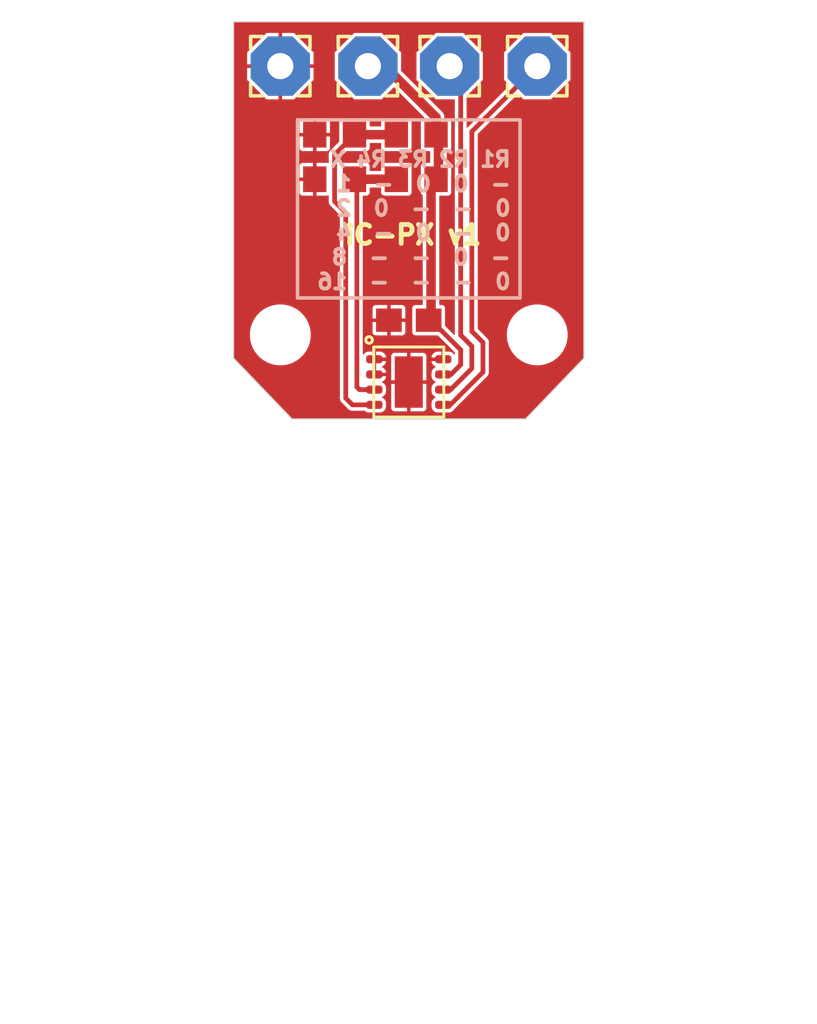
<source format=kicad_pcb>
(kicad_pcb (version 20241229) (generator "pcbnew") (generator_version "9.0")
  (layers (0 "F.Cu" signal) (2 "B.Cu" signal) (13 "F.Paste" user) (15 "B.Paste" user) (5 "F.SilkS" user "F.Silkscreen") (7 "B.SilkS" user "B.Silkscreen") (1 "F.Mask" user) (3 "B.Mask" user) (25 "Edge.Cuts" user))
  (net 0 "")
  (net 1 "+5V")
  (net 2 "GND")
  (net 3 "CH-A")
  (net 4 "CH-B")
  (net 5 "SEL1")
  (net 6 "SEL2")
  (footprint "Encoder iC-PX v1b:2,54_1,1_412" (layer "F.Cu") (at 146.7511 98.4036)
    (property "Reference" "+0" (hide yes))
    (property "Value" "WIREPAD2,54/1,1" (hide yes))
    (fp_line (start -1.27 -1.27) (end -1.27 -0.762) (stroke (width 0.1524)) (layer "F.SilkS"))
    (fp_line (start -1.27 -1.27) (end -0.762 -1.27) (stroke (width 0.1524)) (layer "F.SilkS"))
    (fp_line (start -1.27 1.27) (end -1.27 0.762) (stroke (width 0.1524)) (layer "F.SilkS"))
    (fp_line (start -1.27 1.27) (end -0.762 1.27) (stroke (width 0.1524)) (layer "F.SilkS"))
    (fp_line (start 1.27 -1.27) (end 0.762 -1.27) (stroke (width 0.1524)) (layer "F.SilkS"))
    (fp_line (start 1.27 -1.27) (end 1.27 -0.762) (stroke (width 0.1524)) (layer "F.SilkS"))
    (fp_line (start 1.27 1.27) (end 0.762 1.27) (stroke (width 0.1524)) (layer "F.SilkS"))
    (fp_line (start 1.27 1.27) (end 1.27 0.762) (stroke (width 0.1524)) (layer "F.SilkS"))
    (pad "1" thru_hole roundrect (at 0 0) (size 2.54 2.54) (drill 1.1176) (layers "*.Cu" "*.Mask") (chamfer_ratio 0.2928932188) (chamfer top_left top_right bottom_left bottom_right) (net 1 "+5V"))
  )
  (footprint "Encoder iC-PX v1b:R0603_334" (layer "F.Cu") (at 145.3261 103.2436)
    (property "Reference" "R2" (hide yes))
    (property "Value" "N/A" (hide yes))
    (pad "1" smd rect (at -0.85 0) (size 1 1.1) (layers "F.Cu" "F.Mask" "F.Paste") (net 2 "GND"))
    (pad "2" smd rect (at 0.85 0) (size 1 1.1) (layers "F.Cu" "F.Mask" "F.Paste") (net 5 "SEL1"))
  )
  (footprint "Encoder iC-PX v1b:ODFN8-3X3" (layer "F.Cu") (at 148.5011 111.9226)
    (property "Reference" "IC1" (hide yes))
    (property "Value" "iC-PX2604" (hide yes))
    (fp_line (start -1.5 -1.5) (end 1.5 -1.5) (stroke (width 0.127)) (layer "F.SilkS"))
    (fp_line (start -1.5 1.5) (end -1.5 -1.5) (stroke (width 0.127)) (layer "F.SilkS"))
    (fp_line (start 1.5 -1.5) (end 1.5 1.5) (stroke (width 0.127)) (layer "F.SilkS"))
    (fp_line (start 1.5 1.5) (end -1.5 1.5) (stroke (width 0.127)) (layer "F.SilkS"))
    (fp_circle (center -1.7 -1.8) (end -1.558582 -1.8) (stroke (width 0.127)) (fill no) (layer "F.SilkS"))
    (pad "1" smd roundrect (at -1.475 -0.975) (size 0.7 0.35) (layers "F.Cu" "F.Mask" "F.Paste") (roundrect_rratio 0.35) (net 2 "GND"))
    (pad "2" smd roundrect (at -1.475 -0.325) (size 0.7 0.35) (layers "F.Cu" "F.Mask" "F.Paste") (roundrect_rratio 0.35) (net 2 "GND"))
    (pad "3" smd roundrect (at -1.475 0.325) (size 0.7 0.35) (layers "F.Cu" "F.Mask" "F.Paste") (roundrect_rratio 0.35) (net 5 "SEL1"))
    (pad "4" smd roundrect (at -1.475 0.975) (size 0.7 0.35) (layers "F.Cu" "F.Mask" "F.Paste") (roundrect_rratio 0.35) (net 6 "SEL2"))
    (pad "5" smd roundrect (at 1.475 0.975) (size 0.7 0.35) (layers "F.Cu" "F.Mask" "F.Paste") (roundrect_rratio 0.35) (net 4 "CH-B"))
    (pad "6" smd roundrect (at 1.475 0.325) (size 0.7 0.35) (layers "F.Cu" "F.Mask" "F.Paste") (roundrect_rratio 0.35) (net 3 "CH-A"))
    (pad "7" smd roundrect (at 1.475 -0.325) (size 0.7 0.35) (layers "F.Cu" "F.Mask" "F.Paste") (roundrect_rratio 0.35) (net 1 "+5V"))
    (pad "8" smd roundrect (at 1.475 -0.975) (size 0.7 0.35) (layers "F.Cu" "F.Mask" "F.Paste") (roundrect_rratio 0.35) (net 2 "GND"))
    (pad "BP" smd rect (at 0 0) (size 1.2 2.2) (layers "F.Cu" "F.Mask") (net 2 "GND"))
  )
  (footprint "Encoder iC-PX v1b:R0603_334" (layer "F.Cu") (at 148.8186 103.2436)
    (property "Reference" "R1" (hide yes))
    (property "Value" "0R" (hide yes))
    (pad "1" smd rect (at -0.85 0) (size 1 1.1) (layers "F.Cu" "F.Mask" "F.Paste") (net 5 "SEL1"))
    (pad "2" smd rect (at 0.85 0) (size 1 1.1) (layers "F.Cu" "F.Mask" "F.Paste") (net 1 "+5V"))
  )
  (footprint "Encoder iC-PX v1b:2,54_1,1_412" (layer "F.Cu") (at 150.2511 98.4036)
    (property "Reference" "A0" (hide yes))
    (property "Value" "WIREPAD2,54/1,1" (hide yes))
    (fp_line (start -1.27 -1.27) (end -1.27 -0.762) (stroke (width 0.1524)) (layer "F.SilkS"))
    (fp_line (start -1.27 -1.27) (end -0.762 -1.27) (stroke (width 0.1524)) (layer "F.SilkS"))
    (fp_line (start -1.27 1.27) (end -1.27 0.762) (stroke (width 0.1524)) (layer "F.SilkS"))
    (fp_line (start -1.27 1.27) (end -0.762 1.27) (stroke (width 0.1524)) (layer "F.SilkS"))
    (fp_line (start 1.27 -1.27) (end 0.762 -1.27) (stroke (width 0.1524)) (layer "F.SilkS"))
    (fp_line (start 1.27 -1.27) (end 1.27 -0.762) (stroke (width 0.1524)) (layer "F.SilkS"))
    (fp_line (start 1.27 1.27) (end 0.762 1.27) (stroke (width 0.1524)) (layer "F.SilkS"))
    (fp_line (start 1.27 1.27) (end 1.27 0.762) (stroke (width 0.1524)) (layer "F.SilkS"))
    (pad "1" thru_hole roundrect (at 0 0) (size 2.54 2.54) (drill 1.1176) (layers "*.Cu" "*.Mask") (chamfer_ratio 0.2928932188) (chamfer top_left top_right bottom_left bottom_right) (net 3 "CH-A"))
  )
  (footprint "Encoder iC-PX v1b:R0603_334" (layer "F.Cu") (at 148.8186 101.3386)
    (property "Reference" "R3" (hide yes))
    (property "Value" "N/A" (hide yes))
    (pad "1" smd rect (at -0.85 0) (size 1 1.1) (layers "F.Cu" "F.Mask" "F.Paste") (net 6 "SEL2"))
    (pad "2" smd rect (at 0.85 0) (size 1 1.1) (layers "F.Cu" "F.Mask" "F.Paste") (net 1 "+5V"))
  )
  (footprint "Encoder iC-PX v1b:2,54_1,1_412" (layer "F.Cu") (at 143.0011 98.4036)
    (property "Reference" "-0" (hide yes))
    (property "Value" "WIREPAD2,54/1,1" (hide yes))
    (fp_line (start -1.27 -1.27) (end -1.27 -0.762) (stroke (width 0.1524)) (layer "F.SilkS"))
    (fp_line (start -1.27 -1.27) (end -0.762 -1.27) (stroke (width 0.1524)) (layer "F.SilkS"))
    (fp_line (start -1.27 1.27) (end -1.27 0.762) (stroke (width 0.1524)) (layer "F.SilkS"))
    (fp_line (start -1.27 1.27) (end -0.762 1.27) (stroke (width 0.1524)) (layer "F.SilkS"))
    (fp_line (start 1.27 -1.27) (end 0.762 -1.27) (stroke (width 0.1524)) (layer "F.SilkS"))
    (fp_line (start 1.27 -1.27) (end 1.27 -0.762) (stroke (width 0.1524)) (layer "F.SilkS"))
    (fp_line (start 1.27 1.27) (end 0.762 1.27) (stroke (width 0.1524)) (layer "F.SilkS"))
    (fp_line (start 1.27 1.27) (end 1.27 0.762) (stroke (width 0.1524)) (layer "F.SilkS"))
    (pad "1" thru_hole roundrect (at 0 0) (size 2.54 2.54) (drill 1.1176) (layers "*.Cu" "*.Mask") (chamfer_ratio 0.2928932188) (chamfer top_left top_right bottom_left bottom_right) (net 2 "GND"))
  )
  (footprint "Encoder iC-PX v1b:dummyfp0" (layer "F.Cu") (at 143.0011 109.9036)
    (property "Reference" "UNK_HOLE_0" (hide yes))
    (property "Value" "" (hide yes))
    (pad "" np_thru_hole circle (at 0 0) (size 2.1 2.1) (drill 2.1) (layers "*.Cu" "*.Mask"))
  )
  (footprint "Encoder iC-PX v1b:dummyfp1" (layer "F.Cu") (at 154.0011 109.9036)
    (property "Reference" "UNK_HOLE_1" (hide yes))
    (property "Value" "" (hide yes))
    (pad "" np_thru_hole circle (at 0 0) (size 2.1 2.1) (drill 2.1) (layers "*.Cu" "*.Mask"))
  )
  (footprint "Encoder iC-PX v1b:R0603_334" (layer "F.Cu") (at 145.3261 101.3386)
    (property "Reference" "R4" (hide yes))
    (property "Value" "N/A" (hide yes))
    (pad "1" smd rect (at -0.85 0) (size 1 1.1) (layers "F.Cu" "F.Mask" "F.Paste") (net 2 "GND"))
    (pad "2" smd rect (at 0.85 0) (size 1 1.1) (layers "F.Cu" "F.Mask" "F.Paste") (net 6 "SEL2"))
  )
  (footprint "Encoder iC-PX v1b:C0603_334" (layer "F.Cu") (at 148.5011 109.2761 180)
    (property "Reference" "C1" (hide yes))
    (property "Value" "100n" (hide yes))
    (pad "1" smd rect (at -0.85 0 180) (size 1.1 1) (layers "F.Cu" "F.Mask" "F.Paste") (net 1 "+5V"))
    (pad "2" smd rect (at 0.85 0 180) (size 1.1 1) (layers "F.Cu" "F.Mask" "F.Paste") (net 2 "GND"))
  )
  (footprint "Encoder iC-PX v1b:2,54_1,1_412" (layer "F.Cu") (at 154.0011 98.4036)
    (property "Reference" "B0" (hide yes))
    (property "Value" "WIREPAD2,54/1,1" (hide yes))
    (fp_line (start -1.27 -1.27) (end -1.27 -0.762) (stroke (width 0.1524)) (layer "F.SilkS"))
    (fp_line (start -1.27 -1.27) (end -0.762 -1.27) (stroke (width 0.1524)) (layer "F.SilkS"))
    (fp_line (start -1.27 1.27) (end -1.27 0.762) (stroke (width 0.1524)) (layer "F.SilkS"))
    (fp_line (start -1.27 1.27) (end -0.762 1.27) (stroke (width 0.1524)) (layer "F.SilkS"))
    (fp_line (start 1.27 -1.27) (end 0.762 -1.27) (stroke (width 0.1524)) (layer "F.SilkS"))
    (fp_line (start 1.27 -1.27) (end 1.27 -0.762) (stroke (width 0.1524)) (layer "F.SilkS"))
    (fp_line (start 1.27 1.27) (end 0.762 1.27) (stroke (width 0.1524)) (layer "F.SilkS"))
    (fp_line (start 1.27 1.27) (end 1.27 0.762) (stroke (width 0.1524)) (layer "F.SilkS"))
    (pad "1" thru_hole roundrect (at 0 0) (size 2.54 2.54) (drill 1.1176) (layers "*.Cu" "*.Mask") (chamfer_ratio 0.2928932188) (chamfer top_left top_right bottom_left bottom_right) (net 4 "CH-B"))
  )
  (gr_line (start 153.2636 108.3236) (end 143.7386 108.3236) (stroke (width 0.1524)) (layer "B.SilkS"))
  (gr_line (start 153.2636 100.7036) (end 153.2636 108.3236) (stroke (width 0.1524)) (layer "B.SilkS"))
  (gr_line (start 143.7386 100.7036) (end 153.2636 100.7036) (stroke (width 0.1524)) (layer "B.SilkS"))
  (gr_line (start 143.7386 108.3236) (end 143.7386 100.7036) (stroke (width 0.1524)) (layer "B.SilkS"))
  (gr_line (start 156.0011 96.5036) (end 141.0011 96.5036) (stroke (width 0.05)) (layer "Edge.Cuts"))
  (gr_line (start 143.5011 113.5036) (end 153.5011 113.5036) (stroke (width 0.05)) (layer "Edge.Cuts"))
  (gr_line (start 156.0011 110.9036) (end 156.0011 96.5036) (stroke (width 0.05)) (layer "Edge.Cuts"))
  (gr_line (start 141.0011 96.5036) (end 141.0011 110.9036) (stroke (width 0.05)) (layer "Edge.Cuts"))
  (gr_line (start 153.5011 113.5036) (end 156.0011 110.9036) (stroke (width 0.05)) (layer "Edge.Cuts"))
  (gr_line (start 143.5011 113.5036) (end 141.0011 110.9036) (stroke (width 0.05)) (layer "Edge.Cuts"))
  (gr_text "iC-PX v1" (at 145.6436 106.1011 0) (layer "F.SilkS") (effects (font (size 0.8128 0.8128) (thickness 0.2032)) (justify left bottom)))
  (gr_text "R1 R2 R3 R4 X\n-  0  0  -  1\n0  -  -  0  2\n0  -  0  -  4\n-  0  -  -  8\n0  -  -  -  16" (at 152.9461 108.0061 0) (layer "B.SilkS") (effects (font (size 0.65024 0.65024) (thickness 0.16256)) (justify left bottom mirror)))
  (segment (start 149.4536 103.4586) (end 149.4536 109.1736) (width 0.4064) (layer "F.Cu") (net 1))
  (segment (start 147.4711 98.4036) (end 149.6686 100.6011) (width 0.4064) (layer "F.Cu") (net 1))
  (segment (start 149.4536 109.1736) (end 149.3511 109.2761) (width 0.4064) (layer "F.Cu") (net 1))
  (segment (start 150.3071 111.5976) (end 150.7236 111.1811) (width 0.2032) (layer "F.Cu") (net 1))
  (segment (start 149.7711 101.4411) (end 149.7711 103.1411) (width 0.4064) (layer "F.Cu") (net 1))
  (segment (start 150.7236 110.5461) (end 149.4536 109.2761) (width 0.2032) (layer "F.Cu") (net 1))
  (segment (start 149.6686 100.6011) (end 149.6686 101.3386) (width 0.4064) (layer "F.Cu") (net 1))
  (segment (start 146.7511 98.4036) (end 147.4711 98.4036) (width 0.4064) (layer "F.Cu") (net 1))
  (segment (start 149.6686 103.2436) (end 149.4536 103.4586) (width 0.4064) (layer "F.Cu") (net 1))
  (segment (start 149.9761 111.5976) (end 150.3071 111.5976) (width 0.2032) (layer "F.Cu") (net 1))
  (segment (start 149.6686 101.3386) (end 149.7711 101.4411) (width 0.4064) (layer "F.Cu") (net 1))
  (segment (start 149.7711 103.1411) (end 149.6686 103.2436) (width 0.4064) (layer "F.Cu") (net 1))
  (segment (start 150.7236 111.1811) (end 150.7236 110.5461) (width 0.2032) (layer "F.Cu") (net 1))
  (segment (start 149.4536 109.2761) (end 149.3511 109.2761) (width 0.2032) (layer "F.Cu") (net 1))
  (segment (start 150.7236 109.9111) (end 150.7236 98.8761) (width 0.2032) (layer "F.Cu") (net 3))
  (segment (start 151.19985 111.33985) (end 151.19985 110.38735) (width 0.2032) (layer "F.Cu") (net 3))
  (segment (start 151.19985 110.38735) (end 150.7236 109.9111) (width 0.2032) (layer "F.Cu") (net 3))
  (segment (start 150.2921 112.2476) (end 151.19985 111.33985) (width 0.2032) (layer "F.Cu") (net 3))
  (segment (start 149.9761 112.2476) (end 150.2921 112.2476) (width 0.2032) (layer "F.Cu") (net 3))
  (segment (start 150.7236 98.8761) (end 150.2511 98.4036) (width 0.2032) (layer "F.Cu") (net 3))
  (segment (start 151.6761 110.2286) (end 151.19985 109.75235) (width 0.2032) (layer "F.Cu") (net 4))
  (segment (start 151.19985 109.75235) (end 151.19985 101.20485) (width 0.2032) (layer "F.Cu") (net 4))
  (segment (start 151.6761 111.4986) (end 151.6761 110.2286) (width 0.2032) (layer "F.Cu") (net 4))
  (segment (start 149.9761 112.8976) (end 150.2771 112.8976) (width 0.2032) (layer "F.Cu") (net 4))
  (segment (start 150.2771 112.8976) (end 151.6761 111.4986) (width 0.2032) (layer "F.Cu") (net 4))
  (segment (start 151.19985 101.20485) (end 154.0011 98.4036) (width 0.2032) (layer "F.Cu") (net 4))
  (segment (start 146.2786 112.1336) (end 146.3926 112.2476) (width 0.2032) (layer "F.Cu") (net 5))
  (segment (start 146.3926 112.2476) (end 147.0261 112.2476) (width 0.2032) (layer "F.Cu") (net 5))
  (segment (start 146.1761 103.2436) (end 147.9686 103.2436) (width 0.4064) (layer "F.Cu") (net 5))
  (segment (start 146.1761 103.2436) (end 146.2786 103.3461) (width 0.2032) (layer "F.Cu") (net 5))
  (segment (start 146.2786 103.3461) (end 146.2786 112.1336) (width 0.2032) (layer "F.Cu") (net 5))
  (segment (start 147.0261 112.8976) (end 146.0901 112.8976) (width 0.2032) (layer "F.Cu") (net 6))
  (segment (start 145.80235 104.67235) (end 145.3261 104.1961) (width 0.2032) (layer "F.Cu") (net 6))
  (segment (start 145.3261 104.1961) (end 145.3261 102.1886) (width 0.2032) (layer "F.Cu") (net 6))
  (segment (start 145.80235 112.60985) (end 145.80235 104.67235) (width 0.2032) (layer "F.Cu") (net 6))
  (segment (start 146.0901 112.8976) (end 145.80235 112.60985) (width 0.2032) (layer "F.Cu") (net 6))
  (segment (start 147.9686 101.3386) (end 146.1761 101.3386) (width 0.4064) (layer "F.Cu") (net 6))
  (segment (start 146.1761 101.3386) (end 145.3261 102.1886) (width 0.2032) (layer "F.Cu") (net 6))
  (zone (net 2) (net_name "GND") (layer "F.Cu") (priority 6) (connect_pads (clearance 0.000001)) (min_thickness 0.0508) (fill yes (thermal_gap 0.1516) (thermal_bridge_width 0.1516))
    (polygon (pts (xy 156.8069 114.0894) (xy 140.5128 114.0894) (xy 140.5128 95.5728) (xy 156.8069 95.5728)))
  )
)
</source>
